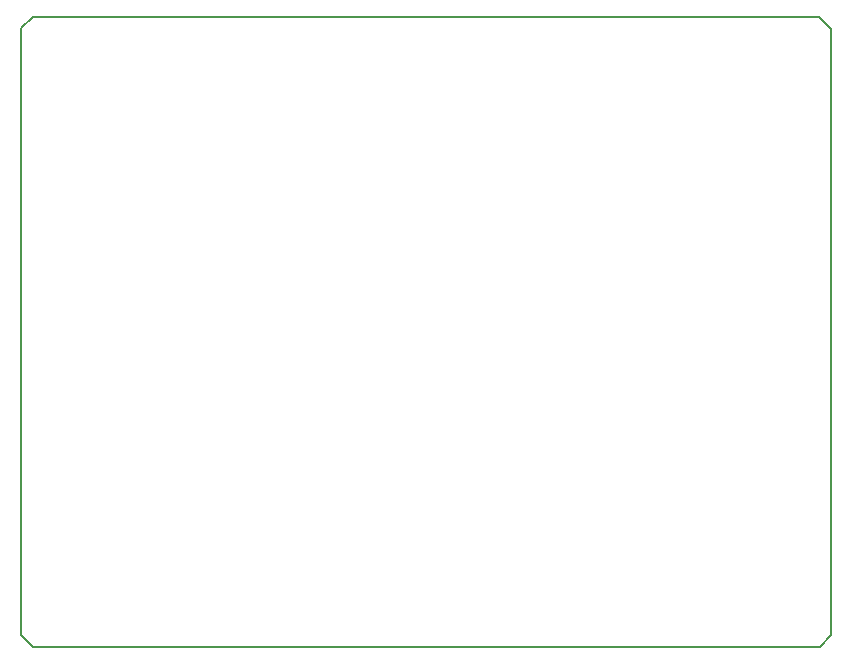
<source format=gm1>
G04 Layer_Color=16711935*
%FSLAX42Y42*%
%MOMM*%
G71*
G01*
G75*
%ADD35C,0.20*%
D35*
X7151Y4445D02*
Y9581D01*
X7252Y4344D02*
X13758D01*
X7151Y4445D02*
X7252Y4344D01*
Y9682D02*
X13758D01*
X7151Y9581D02*
X7252Y9682D01*
X7151Y9576D02*
Y9581D01*
X14006Y8016D02*
Y9578D01*
X13758Y9682D02*
X13902D01*
X13907Y9677D02*
X14006Y9578D01*
X14008Y4445D02*
Y4852D01*
X13758Y4344D02*
X13905D01*
X13908Y4345D02*
X14008Y4445D01*
X13907Y4345D02*
X13908D01*
X13907D02*
X13907Y4345D01*
X13907Y4345D02*
X13907Y4345D01*
X14008Y4852D02*
Y8129D01*
M02*

</source>
